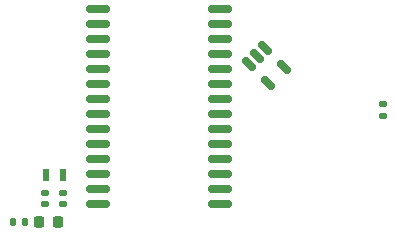
<source format=gbr>
%TF.GenerationSoftware,KiCad,Pcbnew,9.0.1-unknown-202504212220~56345a4158~ubuntu24.04.1*%
%TF.CreationDate,2025-05-22T21:20:13+10:00*%
%TF.ProjectId,MXBreakout,4d584272-6561-46b6-9f75-742e6b696361,rev?*%
%TF.SameCoordinates,Original*%
%TF.FileFunction,Paste,Top*%
%TF.FilePolarity,Positive*%
%FSLAX46Y46*%
G04 Gerber Fmt 4.6, Leading zero omitted, Abs format (unit mm)*
G04 Created by KiCad (PCBNEW 9.0.1-unknown-202504212220~56345a4158~ubuntu24.04.1) date 2025-05-22 21:20:13*
%MOMM*%
%LPD*%
G01*
G04 APERTURE LIST*
G04 Aperture macros list*
%AMRoundRect*
0 Rectangle with rounded corners*
0 $1 Rounding radius*
0 $2 $3 $4 $5 $6 $7 $8 $9 X,Y pos of 4 corners*
0 Add a 4 corners polygon primitive as box body*
4,1,4,$2,$3,$4,$5,$6,$7,$8,$9,$2,$3,0*
0 Add four circle primitives for the rounded corners*
1,1,$1+$1,$2,$3*
1,1,$1+$1,$4,$5*
1,1,$1+$1,$6,$7*
1,1,$1+$1,$8,$9*
0 Add four rect primitives between the rounded corners*
20,1,$1+$1,$2,$3,$4,$5,0*
20,1,$1+$1,$4,$5,$6,$7,0*
20,1,$1+$1,$6,$7,$8,$9,0*
20,1,$1+$1,$8,$9,$2,$3,0*%
G04 Aperture macros list end*
%ADD10R,0.600000X1.100000*%
%ADD11RoundRect,0.135000X0.135000X0.185000X-0.135000X0.185000X-0.135000X-0.185000X0.135000X-0.185000X0*%
%ADD12RoundRect,0.140000X0.170000X-0.140000X0.170000X0.140000X-0.170000X0.140000X-0.170000X-0.140000X0*%
%ADD13RoundRect,0.150000X-0.468458X0.256326X0.256326X-0.468458X0.468458X-0.256326X-0.256326X0.468458X0*%
%ADD14RoundRect,0.218750X0.218750X0.256250X-0.218750X0.256250X-0.218750X-0.256250X0.218750X-0.256250X0*%
%ADD15RoundRect,0.150000X0.875000X0.150000X-0.875000X0.150000X-0.875000X-0.150000X0.875000X-0.150000X0*%
%ADD16RoundRect,0.140000X-0.170000X0.140000X-0.170000X-0.140000X0.170000X-0.140000X0.170000X0.140000X0*%
G04 APERTURE END LIST*
D10*
%TO.C,Y1*%
X54300000Y-59025000D03*
X55700000Y-59025000D03*
%TD*%
D11*
%TO.C,R60*%
X52487500Y-63025000D03*
X51467500Y-63025000D03*
%TD*%
D12*
%TO.C,C102*%
X54250000Y-61480000D03*
X54250000Y-60520000D03*
%TD*%
D13*
%TO.C,U10*%
X72796751Y-48303249D03*
X72125000Y-48975000D03*
X71453249Y-49646751D03*
X73061917Y-51255419D03*
X74405419Y-49911917D03*
%TD*%
D12*
%TO.C,C101*%
X55700000Y-61480000D03*
X55700000Y-60520000D03*
%TD*%
D14*
%TO.C,D31*%
X55287500Y-63000000D03*
X53712500Y-63000000D03*
%TD*%
D15*
%TO.C,U1*%
X69000000Y-61450000D03*
X69000000Y-60180000D03*
X69000000Y-58910000D03*
X69000000Y-57640000D03*
X69000000Y-56370000D03*
X69000000Y-55100000D03*
X69000000Y-53830000D03*
X69000000Y-52560000D03*
X69000000Y-51290000D03*
X69000000Y-50020000D03*
X69000000Y-48750000D03*
X69000000Y-47480000D03*
X69000000Y-46210000D03*
X69000000Y-44940000D03*
X58700000Y-44945000D03*
X58700000Y-46215000D03*
X58700000Y-47485000D03*
X58700000Y-48755000D03*
X58700000Y-50025000D03*
X58700000Y-51295000D03*
X58700000Y-52565000D03*
X58700000Y-53835000D03*
X58700000Y-55105000D03*
X58700000Y-56375000D03*
X58700000Y-57645000D03*
X58700000Y-58915000D03*
X58700000Y-60185000D03*
X58700000Y-61455000D03*
%TD*%
D16*
%TO.C,C98*%
X82800000Y-53040000D03*
X82800000Y-54000000D03*
%TD*%
M02*

</source>
